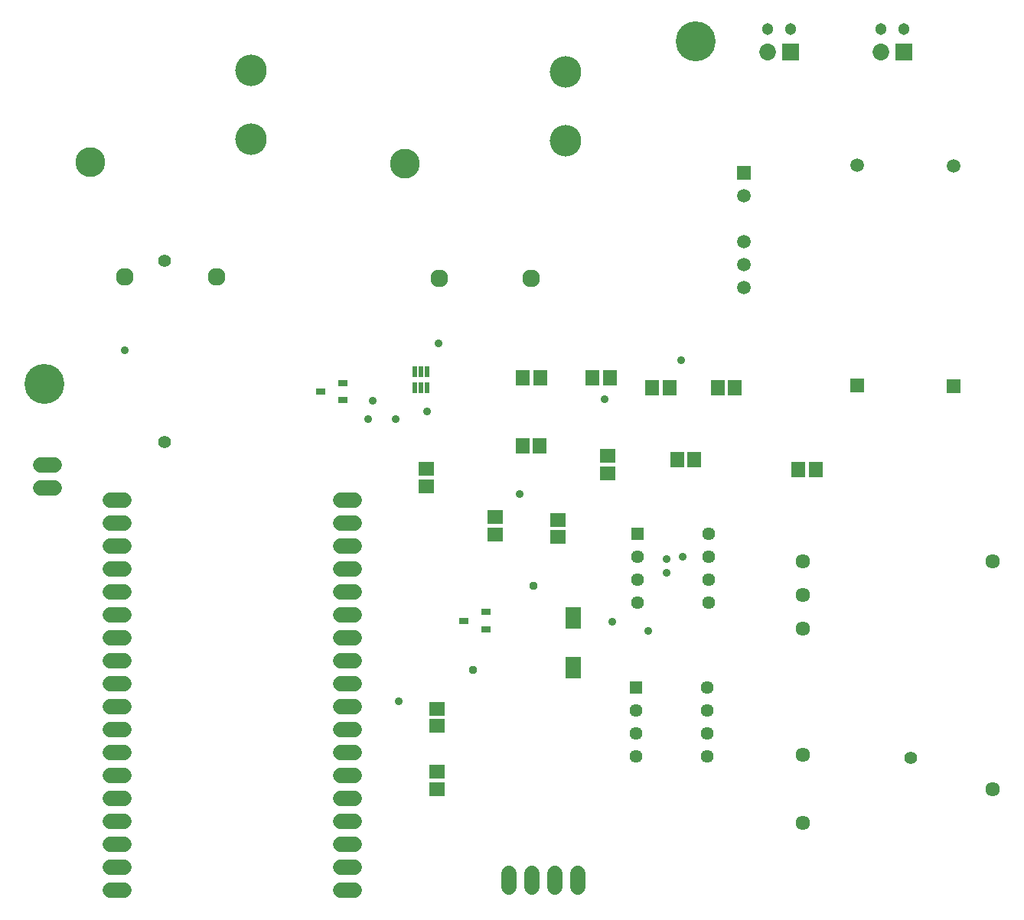
<source format=gbr>
G04 EAGLE Gerber RS-274X export*
G75*
%MOMM*%
%FSLAX34Y34*%
%LPD*%
%INSoldermask Top*%
%IPPOS*%
%AMOC8*
5,1,8,0,0,1.08239X$1,22.5*%
G01*
%ADD10R,1.503200X1.703200*%
%ADD11R,1.703200X1.503200*%
%ADD12R,1.753200X2.353200*%
%ADD13R,0.503200X1.203200*%
%ADD14R,1.511200X1.511200*%
%ADD15C,1.511200*%
%ADD16C,1.727200*%
%ADD17R,1.441200X1.441200*%
%ADD18C,1.441200*%
%ADD19R,1.853200X1.853200*%
%ADD20C,1.853200*%
%ADD21C,1.303200*%
%ADD22C,1.958200*%
%ADD23C,3.293200*%
%ADD24C,3.488200*%
%ADD25C,1.611200*%
%ADD26R,1.506200X1.506200*%
%ADD27C,1.506200*%
%ADD28R,1.053200X0.803200*%
%ADD29C,4.419200*%
%ADD30C,0.909600*%
%ADD31C,0.959600*%
%ADD32C,1.416000*%


D10*
X566300Y585200D03*
X585300Y585200D03*
X736800Y495200D03*
X755800Y495200D03*
D11*
X535800Y412300D03*
X535800Y431300D03*
D12*
X621600Y264600D03*
X621600Y319600D03*
D13*
X447100Y574400D03*
X453600Y574400D03*
X460100Y574400D03*
X447100Y592400D03*
X453600Y592400D03*
X460100Y592400D03*
D14*
X935900Y576900D03*
D15*
X935900Y820900D03*
D14*
X1042400Y576300D03*
D15*
X1042400Y820300D03*
D16*
X551000Y36520D02*
X551000Y21280D01*
X576400Y21280D02*
X576400Y36520D01*
X601800Y36520D02*
X601800Y21280D01*
X627200Y21280D02*
X627200Y36520D01*
D17*
X692700Y412600D03*
D18*
X692700Y387200D03*
X692700Y361800D03*
X692700Y336400D03*
X772100Y336400D03*
X772100Y361800D03*
X772100Y387200D03*
X772100Y412600D03*
D17*
X691100Y242600D03*
D18*
X691100Y217200D03*
X691100Y191800D03*
X691100Y166400D03*
X770500Y166400D03*
X770500Y191800D03*
X770500Y217200D03*
X770500Y242600D03*
D19*
X988100Y946000D03*
D20*
X962700Y946000D03*
D21*
X988100Y971400D03*
X962700Y971400D03*
D19*
X862000Y946000D03*
D20*
X836600Y946000D03*
D21*
X862000Y971400D03*
X836600Y971400D03*
D16*
X47720Y463500D02*
X32480Y463500D01*
X32480Y488900D02*
X47720Y488900D01*
D22*
X575000Y695600D03*
X473400Y695600D03*
D23*
X435300Y822600D03*
D24*
X613100Y848000D03*
X613100Y924200D03*
D22*
X227500Y696900D03*
X125900Y696900D03*
D23*
X87800Y823900D03*
D24*
X265600Y849300D03*
X265600Y925500D03*
D25*
X1086000Y130200D03*
X1086000Y382700D03*
X876000Y382700D03*
X876000Y345200D03*
X876000Y307700D03*
X876000Y167700D03*
X876000Y92700D03*
D26*
X810600Y812500D03*
D27*
X810600Y787100D03*
X810600Y736300D03*
X810600Y710900D03*
X810600Y685500D03*
D28*
X367200Y560600D03*
X367200Y579600D03*
X342200Y570100D03*
X525700Y307100D03*
X525700Y326100D03*
X500700Y316600D03*
D11*
X604800Y409300D03*
X604800Y428300D03*
X470900Y130400D03*
X470900Y149400D03*
D10*
X781900Y574100D03*
X800900Y574100D03*
D11*
X470900Y200300D03*
X470900Y219300D03*
D10*
X643300Y585200D03*
X662300Y585200D03*
D11*
X659800Y479800D03*
X659800Y498800D03*
D10*
X709500Y574100D03*
X728500Y574100D03*
X565800Y510200D03*
X584800Y510200D03*
X871100Y484100D03*
X890100Y484100D03*
D29*
X757700Y957600D03*
X36900Y578600D03*
D16*
X364380Y449900D02*
X379620Y449900D01*
X379620Y424500D02*
X364380Y424500D01*
X364380Y399100D02*
X379620Y399100D01*
X379620Y373700D02*
X364380Y373700D01*
X364380Y348300D02*
X379620Y348300D01*
X379620Y322900D02*
X364380Y322900D01*
X364380Y297500D02*
X379620Y297500D01*
X379620Y272100D02*
X364380Y272100D01*
X364380Y246700D02*
X379620Y246700D01*
X379620Y221300D02*
X364380Y221300D01*
X364380Y195900D02*
X379620Y195900D01*
X379620Y170500D02*
X364380Y170500D01*
X364380Y145100D02*
X379620Y145100D01*
X379620Y119700D02*
X364380Y119700D01*
X364380Y94300D02*
X379620Y94300D01*
X379620Y68900D02*
X364380Y68900D01*
X364380Y43500D02*
X379620Y43500D01*
X379620Y18100D02*
X364380Y18100D01*
X124620Y449900D02*
X109380Y449900D01*
X109380Y424500D02*
X124620Y424500D01*
X124620Y399100D02*
X109380Y399100D01*
X109380Y373700D02*
X124620Y373700D01*
X124620Y348300D02*
X109380Y348300D01*
X109380Y322900D02*
X124620Y322900D01*
X124620Y297500D02*
X109380Y297500D01*
X109380Y272100D02*
X124620Y272100D01*
X124620Y246700D02*
X109380Y246700D01*
X109380Y221300D02*
X124620Y221300D01*
X124620Y195900D02*
X109380Y195900D01*
X109380Y170500D02*
X124620Y170500D01*
X124620Y145100D02*
X109380Y145100D01*
X109380Y119700D02*
X124620Y119700D01*
X124620Y94300D02*
X109380Y94300D01*
X109380Y68900D02*
X124620Y68900D01*
X124620Y43500D02*
X109380Y43500D01*
X109380Y18100D02*
X124620Y18100D01*
D11*
X459000Y484500D03*
X459000Y465500D03*
D30*
X460430Y548376D03*
D31*
X511000Y262000D03*
X578000Y355000D03*
D30*
X725000Y385000D03*
X725000Y370000D03*
X665000Y315000D03*
X741252Y605038D03*
X743210Y387246D03*
X656504Y561728D03*
X395000Y540000D03*
X425826Y540000D03*
X126000Y616000D03*
X400000Y560000D03*
X429000Y227000D03*
X473000Y624000D03*
X563024Y456754D03*
X705000Y305000D03*
D32*
X995000Y165000D03*
X170000Y715000D03*
X170000Y514000D03*
M02*

</source>
